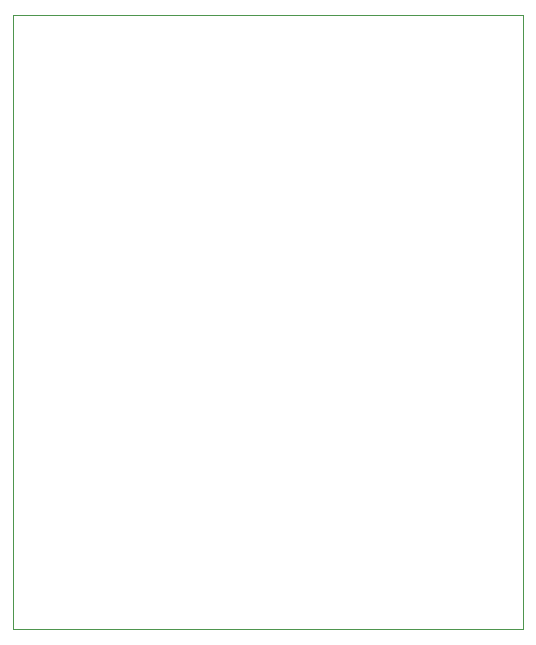
<source format=gm1>
G04*
G04 #@! TF.GenerationSoftware,Altium Limited,Altium Designer,19.1.8 (144)*
G04*
G04 Layer_Color=16711935*
%FSLAX25Y25*%
%MOIN*%
G70*
G01*
G75*
%ADD53C,0.00197*%
D53*
X170079Y204724D02*
X170079Y0D01*
X0Y204724D02*
X170079D01*
X-0D02*
X0Y0D01*
X0D02*
X170079D01*
M02*

</source>
